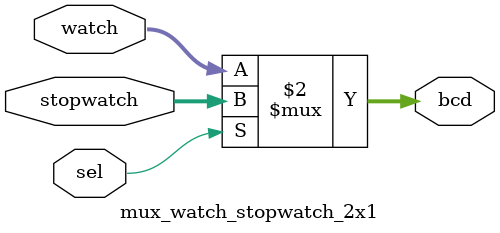
<source format=v>
`timescale 1ns / 1ps

module watch_stopwatch (
    input        clk,
    input        rst,
    input        i_sec_plus,
    input        i_min_plus,
    input        i_hour_plus,
    input        i_run,
    input        i_stop,
    input        i_clear,
    input  [1:0] i_mode_sel,    // sw[1]=watch/stopwatch, sw[0]=fnd mode
    output       o_is_running,  // stopwatch out
    output [3:0] led,
    output [3:0] fnd_com,
    output [7:0] fnd_data
);

    wire [23:0] w_watch, w_stopwatch, w_watch_stopwatch;
    wire [6:0] w_msec_w, w_msec_s;
    wire [5:0] w_sec_w, w_sec_s;
    wire [5:0] w_min_w, w_min_s;
    wire [4:0] w_hour_w, w_hour_s;
    wire watch_rst, stopwatch_rst;

    assign watch_rst = (i_mode_sel[1] == 1'b0) ? rst : 1'b0;
    assign stopwatch_rst = (i_mode_sel[1] == 1'b1) ? rst : 1'b0;

    decoder_led_2x4 U_DECODER_LED (
        .sel(i_mode_sel),
        .led(led)
    );

    watch_top U_WATCH (
        .clk(clk),
        .rst(watch_rst),
        .i_sec_plus(i_sec_plus),
        .i_min_plus(i_min_plus),
        .i_hour_plus(i_hour_plus),
        .msec(w_msec_w),
        .sec(w_sec_w),
        .min(w_min_w),
        .hour(w_hour_w)
    );
    stopwatch_top U_STOPWATCH (
        .clk(clk),
        .rst(stopwatch_rst),
        .i_run(i_run),
        .i_stop(i_stop),
        .i_clear(i_clear),
        .o_is_running(o_is_running),
        .msec(w_msec_s),
        .sec(w_sec_s),
        .min(w_min_s),
        .hour(w_hour_s)
    );
    mux_watch_stopwatch_2x1 U_MUX_WATCH_STOPWATCH (
        .watch({w_hour_w, w_min_w, w_sec_w, w_msec_w}),
        .stopwatch({w_hour_s, w_min_s, w_sec_s, w_msec_s}),
        .sel(i_mode_sel[1]),
        .bcd(w_watch_stopwatch)
    );
    fnd_controller U_FND_CNTL (
        .clk(clk),
        .reset(rst),
        .i_time(w_watch_stopwatch),
        .mode(i_mode_sel[0]),
        .fnd_com(fnd_com),
        .fnd_data(fnd_data)
    );
endmodule

module decoder_led_2x4 (
    input  [1:0] sel,
    output [3:0] led
);
    assign led = (sel == 2'b00) ? 4'b0001 :
                 (sel == 2'b01) ? 4'b0010 :
                 (sel == 2'b10) ? 4'b0100 :
                 (sel == 2'b11) ? 4'b1000 : 4'b1111;
endmodule

module mux_watch_stopwatch_2x1 (
    input [23:0] watch,
    input [23:0] stopwatch,
    input sel,
    output [23:0] bcd
);
    assign bcd = (sel == 1'b0) ? watch : stopwatch;
endmodule

</source>
